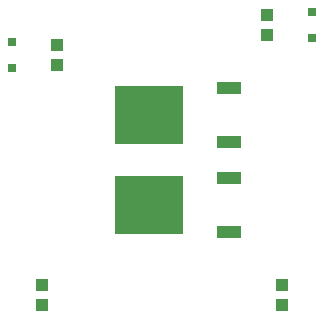
<source format=gbr>
G04 EAGLE Gerber RS-274X export*
G75*
%MOMM*%
%FSLAX34Y34*%
%LPD*%
%INSolderpaste Top*%
%IPPOS*%
%AMOC8*
5,1,8,0,0,1.08239X$1,22.5*%
G01*
%ADD10R,1.000000X1.100000*%
%ADD11R,0.800000X0.800000*%
%ADD12R,2.100000X1.000000*%
%ADD13R,5.850000X4.900000*%


D10*
X101600Y16900D03*
X101600Y33900D03*
X292100Y245500D03*
X292100Y262500D03*
X114300Y220100D03*
X114300Y237100D03*
X304800Y33900D03*
X304800Y16900D03*
D11*
X330200Y265000D03*
X330200Y243000D03*
X76200Y217600D03*
X76200Y239600D03*
D12*
X259400Y155000D03*
X259400Y200600D03*
D13*
X191400Y177800D03*
D12*
X259400Y78800D03*
X259400Y124400D03*
D13*
X191400Y101600D03*
M02*

</source>
